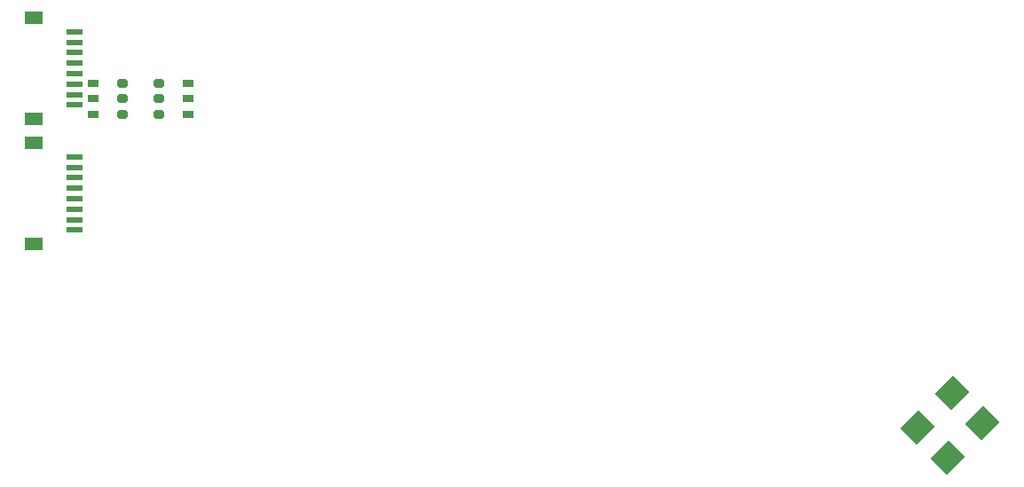
<source format=gbp>
G04*
G04 #@! TF.GenerationSoftware,Altium Limited,Altium Designer,20.0.12 (288)*
G04*
G04 Layer_Color=128*
%FSLAX25Y25*%
%MOIN*%
G70*
G01*
G75*
%ADD28R,0.06102X0.02362*%
G04:AMPARAMS|DCode=121|XSize=86.61mil|YSize=98.43mil|CornerRadius=0mil|HoleSize=0mil|Usage=FLASHONLY|Rotation=135.000|XOffset=0mil|YOffset=0mil|HoleType=Round|Shape=Rectangle|*
%AMROTATEDRECTD121*
4,1,4,0.06542,0.00418,-0.00418,-0.06542,-0.06542,-0.00418,0.00418,0.06542,0.06542,0.00418,0.0*
%
%ADD121ROTATEDRECTD121*%

G04:AMPARAMS|DCode=122|XSize=39.37mil|YSize=31.5mil|CornerRadius=0mil|HoleSize=0mil|Usage=FLASHONLY|Rotation=0.000|XOffset=0mil|YOffset=0mil|HoleType=Round|Shape=Octagon|*
%AMOCTAGOND122*
4,1,8,0.01968,-0.00787,0.01968,0.00787,0.01181,0.01575,-0.01181,0.01575,-0.01968,0.00787,-0.01968,-0.00787,-0.01181,-0.01575,0.01181,-0.01575,0.01968,-0.00787,0.0*
%
%ADD122OCTAGOND122*%

%ADD123R,0.03937X0.03150*%
%ADD124R,0.07087X0.04724*%
D28*
X352679Y277921D02*
D03*
Y305480D02*
D03*
Y293669D02*
D03*
Y281857D02*
D03*
Y289732D02*
D03*
Y285794D02*
D03*
Y301542D02*
D03*
Y297605D02*
D03*
Y324921D02*
D03*
Y352480D02*
D03*
Y340669D02*
D03*
Y328857D02*
D03*
Y336732D02*
D03*
Y332794D02*
D03*
Y348542D02*
D03*
Y344605D02*
D03*
D121*
X680779Y192281D02*
D03*
X693863Y205365D02*
D03*
X669324Y203736D02*
D03*
X682408Y216820D02*
D03*
D122*
X370812Y333200D02*
D03*
X370812Y327250D02*
D03*
X370812Y321300D02*
D03*
X384588Y333200D02*
D03*
X384588Y327250D02*
D03*
X384588Y321300D02*
D03*
D123*
X359788Y333200D02*
D03*
X359788Y327250D02*
D03*
X359788Y321300D02*
D03*
X395612Y333200D02*
D03*
X395612Y327250D02*
D03*
Y321300D02*
D03*
D124*
X337521Y272802D02*
D03*
Y310598D02*
D03*
Y319802D02*
D03*
Y357598D02*
D03*
M02*

</source>
